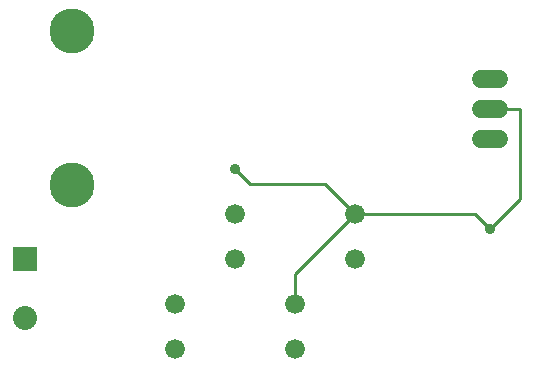
<source format=gbl>
G75*
%MOIN*%
%OFA0B0*%
%FSLAX24Y24*%
%IPPOS*%
%LPD*%
%AMOC8*
5,1,8,0,0,1.08239X$1,22.5*
%
%ADD10C,0.0600*%
%ADD11C,0.0660*%
%ADD12C,0.1502*%
%ADD13R,0.0800X0.0800*%
%ADD14C,0.0800*%
%ADD15C,0.0360*%
%ADD16C,0.0100*%
D10*
X017850Y013650D02*
X018450Y013650D01*
X018450Y014650D02*
X017850Y014650D01*
X017850Y015650D02*
X018450Y015650D01*
D11*
X013650Y011150D03*
X013650Y009650D03*
X011650Y008150D03*
X011650Y006650D03*
X009650Y009650D03*
X009650Y011150D03*
X007650Y008150D03*
X007650Y006650D03*
D12*
X004228Y012141D03*
X004228Y017259D03*
D13*
X002650Y009650D03*
D14*
X002650Y007681D03*
D15*
X009650Y012650D03*
X018150Y010650D03*
D16*
X017650Y011150D01*
X013650Y011150D01*
X011650Y009150D01*
X011650Y008150D01*
X013650Y011150D02*
X012650Y012150D01*
X010150Y012150D01*
X009650Y012650D01*
X018150Y010650D02*
X019150Y011650D01*
X019150Y014650D01*
X018150Y014650D01*
M02*

</source>
